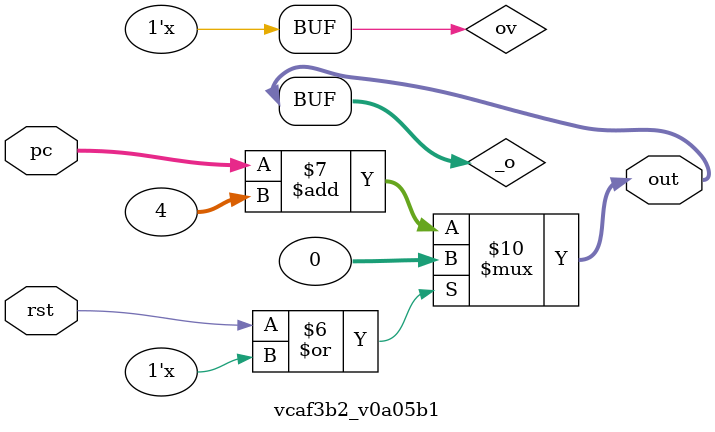
<source format=v>

`default_nettype none

module main (
 input vb5a909,
 input v3abc7c,
 output v2521b4,
 output [0:7] vinit
);
 wire [0:3] w0;
 wire [0:31] w1;
 wire w2;
 wire [0:15] w3;
 wire [0:31] w4;
 wire w5;
 wire [0:31] w6;
 wire w7;
 wire w8;
 wire [0:31] w9;
 wire [0:4] w10;
 wire w11;
 wire [0:31] w12;
 wire [0:31] w13;
 wire [0:31] w14;
 wire [0:31] w15;
 wire [0:31] w16;
 wire [0:31] w17;
 wire [0:3] w18;
 wire [0:31] w19;
 wire [0:31] w20;
 wire [0:31] w21;
 wire [0:31] w22;
 wire w23;
 wire w24;
 wire w25;
 wire w26;
 wire w27;
 wire w28;
 wire [0:2] w29;
 wire w30;
 wire w31;
 wire [0:31] w32;
 wire [0:31] w33;
 wire w34;
 wire w35;
 wire w36;
 wire [0:31] w37;
 wire [0:31] w38;
 wire w39;
 wire w40;
 wire w41;
 wire w42;
 wire w43;
 wire w44;
 wire w45;
 wire [0:4] w46;
 wire [0:4] w47;
 wire [0:4] w48;
 wire [0:31] w49;
 wire [0:4] w50;
 wire [0:31] w51;
 wire [0:31] w52;
 wire w53;
 wire [0:5] w54;
 wire w55;
 wire [0:25] w56;
 wire [0:5] w57;
 wire w58;
 wire w59;
 assign w34 = vb5a909;
 assign w35 = vb5a909;
 assign w36 = vb5a909;
 assign w39 = v3abc7c;
 assign w40 = v3abc7c;
 assign w41 = v3abc7c;
 assign v2521b4 = w59;
 assign w5 = w2;
 assign w19 = w13;
 assign w21 = w20;
 assign w22 = w20;
 assign w22 = w21;
 assign w24 = w23;
 assign w25 = w23;
 assign w25 = w24;
 assign w26 = w23;
 assign w26 = w24;
 assign w26 = w25;
 assign w27 = w23;
 assign w27 = w24;
 assign w27 = w25;
 assign w27 = w26;
 assign w28 = w23;
 assign w28 = w24;
 assign w28 = w25;
 assign w28 = w26;
 assign w28 = w27;
 assign w31 = w30;
 assign w33 = w32;
 assign w35 = w34;
 assign w36 = w34;
 assign w36 = w35;
 assign w38 = w37;
 assign w40 = w39;
 assign w41 = w39;
 assign w41 = w40;
 assign w43 = w42;
 assign w45 = w44;
 assign w47 = w46;
 assign w52 = w51;
 v4aa98f v5fa690 (
  .v668da4(w0),
  .v0abde4(w29),
  .v30785e(w57)
 );
 v6899d1 v01a50b (
  .v7b0b31(w1),
  .vf330bb(w13)
 );
 veb3027 v302b26 (
  .vfb2d57(w9),
  .va196b8(w36),
  .v57717b(w38),
  .ve480dc(w41),
  .v19af5b(w43),
  .v9c7c2c(w51),
  .ve357ae(w58)
 );
 v0fc26e v52e0d8 (
  .ve768a8(w0),
  .vfa7d11(w4),
  .v1e7c65(w6),
  .v6144d8(w51),
  .v3da6a5(w53)
 );
 vc7cf4e v484008 (
  .v6959e9(w23),
  .vafd80b(w30),
  .vab3e87(w42),
  .v4f3153(w44),
  .vfde78d(w54),
  .v8e4ccb(w55),
  .vcd3776(w58),
  .v50149b(w59)
 );
 v6eb415 vaa95fb (
  .vf36d91(w1),
  .vf728ca(w3),
  .vaa7a52(w46),
  .va9e58a(w48),
  .v58c5d0(w50),
  .ve46738(w54),
  .vcea0f4(w56),
  .vffb721(w57)
 );
 v528969 v7e89de (
  .vcbab45(w2),
  .v3ca442(w25),
  .v0e28cb(w30)
 );
 v9bd618 v3c0acd (
  .v074026(w2),
  .vee7d2e(w23),
  .v7c941b(w24),
  .vf4438f(w29)
 );
 vb8675c v4413dd (
  .v411418(w7),
  .v4dc0e5(w26),
  .v440cab(w42),
  .ve476c7(w44)
 );
 vf069d0 vfd2966 (
  .v70ed7b(w4),
  .v51a33d(w7),
  .v92bf35(w10),
  .ve70352(w34),
  .vff4be9(w37),
  .vd1d1c6(w39),
  .v162198(w47),
  .v7d4d05(w49),
  .v630828(w50)
 );
 vad2ca2 vdc374d (
  .v8875b0(w3),
  .vf3e218(w32)
 );
 v5f636f v044abf (
  .v98063f(w5),
  .v40e64d(w6),
  .vaaa062(w32),
  .v477049(w37)
 );
 v528969 ve3fe82 (
  .vcbab45(w8),
  .v3ca442(w28),
  .v0e28cb(w45)
 );
 v5f636f v80f512 (
  .v98063f(w8),
  .vaaa062(w9),
  .v40e64d(w49),
  .v477049(w52)
 );
 ve1ccfb ve1865f (
  .v780e4a(w10),
  .v3f515a(w27),
  .v4d5da6(w46),
  .v450788(w48)
 );
 v5f636f v654f80 (
  .v98063f(w11),
  .vaaa062(w12),
  .v40e64d(w14),
  .v477049(w15)
 );
 v7ebc90 v196729 (
  .vcbab45(w11),
  .v0e28cb(w31),
  .v3ca442(w53)
 );
 v5f636f v6b4e5e (
  .v40e64d(w12),
  .v477049(w17),
  .vaaa062(w20),
  .v98063f(w55)
 );
 vd2ef76 v4ccf81 (
  .v240270(w13),
  .vc1d2ba(w14),
  .v9b5fcc(w35)
 );
 vb672ab ved6fce (
  .v49375d(w15),
  .v4486d9(w16),
  .va7e1cb(w22)
 );
 v2f96ba v8abf2a (
  .v9cfdd2(w16),
  .ve99b4a(w33)
 );
 v426bc2 v9eb3f2 (
  .vb27a80(w17),
  .v52a81f(w18),
  .vb78917(w56)
 );
 v9da047 vebdf5a (
  .v8b2ec8(w18),
  .va80fcd(w21)
 );
 vcaf3b2 v95432c (
  .vfe4e9a(w19),
  .v5d0c90(w20),
  .va993b5(w40)
 );
 assign vinit = 8'b00000000;
endmodule


//---- Top entity
module v4aa98f (
 input [2:0] v0abde4,
 input [5:0] v30785e,
 output [3:0] v668da4
);
 wire [0:5] w0;
 wire [0:2] w1;
 wire [0:3] w2;
 assign w0 = v30785e;
 assign w1 = v0abde4;
 assign v668da4 = w2;
 v4aa98f_v36ad38 v36ad38 (
  .funcion(w0),
  .OpALU(w1),
  .OUT(w2)
 );
endmodule



module v4aa98f_v36ad38 (
 input [2:0] OpALU,
 input [5:0] funcion,
 output [3:0] OUT
);
 //-- Address bus
 wire [5:0] funcion;
 wire [2:0] OpALU;
 
 //-- Data bus
 reg  [3:0] OUT;
 
 always @(*)
     case (OpALU)
         0   :   OUT <= 2;
         1   :   OUT <= 6;
         2   :   OUT <= 0;
         3   :   OUT <= 1;
         4   :   OUT <= 7;
         5   :   OUT <= 12;
         7   :   case(funcion)
                     32  :   OUT <= 2;
                     34  :   OUT <= 6;
                     36  :   OUT <= 0;
                     37  :   OUT <= 1;
                     42  :   OUT <= 7;
                 endcase
     endcase 
endmodule
//---- Top entity
module v6899d1 (
 input [31:0] vf330bb,
 output [31:0] v7b0b31
);
 wire [0:31] w0;
 wire [0:31] w1;
 assign w0 = vf330bb;
 assign v7b0b31 = w1;
 v6899d1_v9d46af v9d46af (
  .A(w0),
  .I(w1)
 );
endmodule



module v6899d1_v9d46af (
 input [31:0] A,
 output [31:0] I
);
 // Instruction Bus (32 bits)
 reg [31:0] I;
 // Memory Instruction
 reg [31:0] ins [0:63];
 
 parameter INSTROMFILE = "instruction.list";
 
 always @(*) begin
    I <= ins[A[31:2]];
 end
 
 // Memory contents read
 // from the INSTROMFILE table
 initial begin
     if (INSTROMFILE) $readmemh(INSTROMFILE, ins);
 end
endmodule
//---- Top entity
module veb3027 (
 input [31:0] v9c7c2c,
 input [31:0] v57717b,
 input ve357ae,
 input v19af5b,
 input va196b8,
 input ve480dc,
 output [31:0] vfb2d57
);
 wire [0:31] w0;
 wire [0:31] w1;
 wire [0:31] w2;
 wire w3;
 wire w4;
 wire w5;
 wire w6;
 assign vfb2d57 = w0;
 assign w1 = v9c7c2c;
 assign w2 = v57717b;
 assign w3 = ve357ae;
 assign w4 = v19af5b;
 assign w5 = va196b8;
 assign w6 = ve480dc;
 veb3027_v4ff6ac v4ff6ac (
  .Read_Data(w0),
  .Address(w1),
  .Wirte_Data(w2),
  .Write(w3),
  .Read(w4),
  .clk(w5),
  .reset(w6)
 );
endmodule



module veb3027_v4ff6ac (
 input [31:0] Address,
 input [31:0] Wirte_Data,
 input Write,
 input Read,
 input clk,
 input reset,
 output [31:0] Read_Data
);
 // Memory 
 reg [31:0] Mem [0:255];
 
 parameter ROMFILE = "prueba.list";
 
 // Output Data
 reg [31:0] Read_Data;
 
 // Input Write Data
 wire [31:0] Write_Data;
 
 integer i;
 
 always @(posedge clk or posedge reset)
 begin
     if (reset == 0) begin
         if(Write == 1 && Read == 0) begin
             Mem[Address[31:2]] <= Write_Data;
         end
     end else begin
         for (i = 0; i < 256; i = i + 1) begin
             Mem[i] <= 0;
         end
     end
 end
 
 always @(*)
 begin
     if (reset == 0) begin
         if(Write == 0 && Read == 1) begin
             Read_Data <= Mem[Address[31:2]];
         end else begin
             Read_Data <= 0;
         end
     end else begin
         Read_Data <= 0;
     end
 end
 
 // Memory contents read
 // from the ROMFILE table
 initial begin
     if (ROMFILE) $readmemh(ROMFILE, Mem);
     i <= 0;
 end
endmodule
//---- Top entity
module v0fc26e (
 input [31:0] vfa7d11,
 input [31:0] v1e7c65,
 input [3:0] ve768a8,
 output [31:0] v6144d8,
 output v3da6a5
);
 wire [0:31] w0;
 wire [0:31] w1;
 wire [0:3] w2;
 wire [0:31] w3;
 wire w4;
 assign w0 = vfa7d11;
 assign w1 = v1e7c65;
 assign w2 = ve768a8;
 assign v6144d8 = w3;
 assign v3da6a5 = w4;
 v0fc26e_v00bd94 v00bd94 (
  .A(w0),
  .B(w1),
  .Op(w2),
  .Result(w3),
  .Z(w4)
 );
endmodule


module v0fc26e_v00bd94 (
 input [31:0] A,
 input [31:0] B,
 input [3:0] Op,
 output [31:0] Result,
 output Z
);
 //-- Address bus
 wire signed [31:0] A;
 wire signed [31:0] B;
 wire [3:0]  Op;
 
 //-- Data bus
 reg [31:0]  Result = 0;
 reg Z;
 
 always @(*) begin
     case (Op)
         0   :   Result = A & B;
         1   :   Result = A | B;
         2   :   Result = A + B;
         6   :   Result = A - B;
         7   :   if(A < B) begin
                     Result = 1;
                 end else begin
                     Result = 0;
                 end
         12  :   Result = ~(A | B);
         default : Result = 0;
     endcase
     if(Result == 0) begin
         Z = 1;
     end else begin
         Z = 0;
     end
 end
endmodule
//---- Top entity
module vc7cf4e (
 input [5:0] vfde78d,
 output v8e4ccb,
 output v50149b,
 output vab3e87,
 output vcd3776,
 output v6959e9,
 output v4f3153,
 output vafd80b
);
 wire w0;
 wire w1;
 wire w2;
 wire w3;
 wire w4;
 wire w5;
 wire w6;
 wire [0:5] w7;
 assign v8e4ccb = w0;
 assign v50149b = w1;
 assign vab3e87 = w2;
 assign vcd3776 = w3;
 assign v6959e9 = w4;
 assign v4f3153 = w5;
 assign vafd80b = w6;
 assign w7 = vfde78d;
 vc7cf4e_v5c4a4b v5c4a4b (
  .j(w0),
  .halt(w1),
  .lw(w2),
  .sw(w3),
  .alu(w4),
  .addi(w5),
  .beq(w6),
  .instruction(w7)
 );
endmodule



module vc7cf4e_v5c4a4b (
 input [5:0] instruction,
 output j,
 output halt,
 output lw,
 output sw,
 output alu,
 output addi,
 output beq
);
 wire [5:0] instruction;
 
 reg j;
 reg halt;
 reg lw;
 reg sw;
 reg alu;
 reg addi;
 reg beq;
 
 initial begin
     j       <= 0;
     halt    <= 0;
     lw      <= 0;
     sw      <= 0;
     alu     <= 0;
     addi    <= 0;
     beq     <= 0;
 end
 
 always @(*) begin
     j       <= instruction == 2;
     beq     <= instruction == 4;
     alu     <= instruction == 0;
     addi    <= instruction == 8;
     lw      <= instruction == 35;
     sw      <= instruction == 43;
     halt    <= instruction == 63;
 end
endmodule
//---- Top entity
module v6eb415 (
 input [31:0] vf36d91,
 output [5:0] ve46738,
 output [4:0] v58c5d0,
 output [4:0] vaa7a52,
 output [4:0] va9e58a,
 output [5:0] vffb721,
 output [15:0] vf728ca,
 output [25:0] vcea0f4
);
 wire [0:25] w0;
 wire [0:15] w1;
 wire [0:5] w2;
 wire [0:4] w3;
 wire [0:4] w4;
 wire [0:4] w5;
 wire [0:5] w6;
 wire [0:31] w7;
 assign vcea0f4 = w0;
 assign vf728ca = w1;
 assign vffb721 = w2;
 assign va9e58a = w3;
 assign vaa7a52 = w4;
 assign v58c5d0 = w5;
 assign ve46738 = w6;
 assign w7 = vf36d91;
 v6eb415_v161ee7 v161ee7 (
  .dir_2(w0),
  .dir_1(w1),
  .funtion(w2),
  .rd(w3),
  .rt(w4),
  .rs(w5),
  .inst(w6),
  .instruction(w7)
 );
endmodule



module v6eb415_v161ee7 (
 input [31:0] instruction,
 output [5:0] inst,
 output [4:0] rs,
 output [4:0] rt,
 output [4:0] rd,
 output [5:0] funtion,
 output [15:0] dir_1,
 output [25:0] dir_2
);
 assign inst = instruction[31:26];
 
 assign rs = instruction[25:21];
 
 assign rt = instruction[20:16];
 
 assign rd = instruction[15:11];
 
 assign funtion = instruction[5:0];
 
 assign dir_1 = instruction[15:0];
 
 assign dir_2 = instruction[25:0];
endmodule
//---- Top entity
module v528969 (
 input v0e28cb,
 input v3ca442,
 output vcbab45
);
 wire w0;
 wire w1;
 wire w2;
 assign w0 = v0e28cb;
 assign w1 = v3ca442;
 assign vcbab45 = w2;
 v528969_vf4938a vf4938a (
  .a(w0),
  .b(w1),
  .c(w2)
 );
endmodule



module v528969_vf4938a (
 input a,
 input b,
 output c
);
 // OR logic gate
 
 assign c = a | b;
endmodule
//---- Top entity
module v9bd618 (
 input vee7d2e,
 input v7c941b,
 input v074026,
 output [2:0] vf4438f
);
 wire w0;
 wire w1;
 wire w2;
 wire [0:2] w3;
 assign w0 = vee7d2e;
 assign w1 = v7c941b;
 assign w2 = v074026;
 assign vf4438f = w3;
 v9bd618_v44afc9 v44afc9 (
  .in_1(w0),
  .in_2(w1),
  .in_3(w2),
  .out(w3)
 );
endmodule



module v9bd618_v44afc9 (
 input in_1,
 input in_2,
 input in_3,
 output [2:0] out
);
 reg [2:0]salida;
 
 initial begin
     salida <= 0;
 end
 always @(*) begin
     salida[0] <= in_1;
     salida[1] <= in_2;
     salida[2] <= in_3;
 end
 
 assign out = salida;
endmodule
//---- Top entity
module vb8675c (
 input v4dc0e5,
 input v440cab,
 input ve476c7,
 output v411418
);
 wire w0;
 wire w1;
 wire w2;
 wire w3;
 assign v411418 = w0;
 assign w1 = v4dc0e5;
 assign w2 = v440cab;
 assign w3 = ve476c7;
 vb8675c_v9f9f78 v9f9f78 (
  .d(w0),
  .a(w1),
  .b(w2),
  .c(w3)
 );
endmodule



module vb8675c_v9f9f78 (
 input a,
 input b,
 input c,
 output d
);
 assign d = a | b | c;
endmodule
//---- Top entity
module vf069d0 (
 input ve70352,
 input vd1d1c6,
 input v51a33d,
 input [4:0] v92bf35,
 input [31:0] v7d4d05,
 input [4:0] v630828,
 input [4:0] v162198,
 output [31:0] v70ed7b,
 output [31:0] vff4be9
);
 wire w0;
 wire [0:31] w1;
 wire [0:31] w2;
 wire w3;
 wire w4;
 wire [0:31] w5;
 wire [0:4] w6;
 wire [0:4] w7;
 wire [0:4] w8;
 assign w0 = vd1d1c6;
 assign v70ed7b = w1;
 assign vff4be9 = w2;
 assign w3 = ve70352;
 assign w4 = v51a33d;
 assign w5 = v7d4d05;
 assign w6 = v92bf35;
 assign w7 = v630828;
 assign w8 = v162198;
 vf069d0_v31ef17 v31ef17 (
  .reset(w0),
  .Read_Data_1(w1),
  .Read_Data_2(w2),
  .clk(w3),
  .write(w4),
  .Write_Data(w5),
  .Write_Reg(w6),
  .Read_Reg_1(w7),
  .Read_Reg_2(w8)
 );
endmodule



module vf069d0_v31ef17 (
 input clk,
 input reset,
 input write,
 input [4:0] Write_Reg,
 input [31:0] Write_Data,
 input [4:0] Read_Reg_1,
 input [4:0] Read_Reg_2,
 output [31:0] Read_Data_1,
 output [31:0] Read_Data_2
);
 // Memory 
 reg [31:0] Mem [0:31];
 
 // Address Memory
 wire [4:0] Read_Reg_1;
 wire [4:0] Read_Reg_2;
 wire [4:0] Write_Reg;
 
 // Input control
 wire reset;
 wire clk;
 wire write;
 
 // Output Read Reg Data
 reg [31:0] Read_Data_1;
 reg [31:0] Read_Data_2;
 
 // Input Write Data
 wire [31:0] Write_Data;
 
 always @(posedge clk or posedge reset)
 begin
     if(reset != 0) begin
         for (i = 1; i < 32; i = i + 1) begin
             Mem[i] <= 32'b0;
         end
     end else if (write == 1 && Write_Reg != 0) begin
         Mem[Write_Reg] <= Write_Data;
     end
 end
 
 integer i;
 
 always @(*) 
 begin
     if (reset != 0) begin
         Read_Data_1 <= 0;
         Read_Data_2 <= 0;
     end else begin
         if(Read_Reg_1 != 0)
             Read_Data_1 <= Mem[Read_Reg_1];
         else
             Read_Data_1 <= 0;
             
         if(Read_Reg_2 != 0)
             Read_Data_2 <= Mem[Read_Reg_2];
         else
             Read_Data_2 <= 0;
     end
 end
 
 initial begin
     for (i = 1; i < 32; i = i + 1) begin
             Mem[i] <= 32'b0;
     end
 end
endmodule
//---- Top entity
module vad2ca2 (
 input [15:0] v8875b0,
 output [31:0] vf3e218
);
 wire [0:15] w0;
 wire [0:31] w1;
 assign w0 = v8875b0;
 assign vf3e218 = w1;
 vad2ca2_vcb072c vcb072c (
  .in(w0),
  .out(w1)
 );
endmodule



module vad2ca2_vcb072c (
 input [15:0] in,
 output [31:0] out
);
 assign out={in[15],in[15],in[15],in[15],in[15],in[15],in[15],in[15],in[15],in[15],in[15],in[15],in[15],in[15],in[15],in[15],in};
endmodule
//---- Top entity
module v5f636f (
 input [31:0] vaaa062,
 input [31:0] v477049,
 input v98063f,
 output [31:0] v40e64d
);
 wire [0:31] w0;
 wire [0:31] w1;
 wire w2;
 wire [0:31] w3;
 assign w0 = vaaa062;
 assign w1 = v477049;
 assign w2 = v98063f;
 assign v40e64d = w3;
 v5f636f_vf283f6 vf283f6 (
  .in0(w0),
  .in1(w1),
  .sel(w2),
  .out(w3)
 );
endmodule



module v5f636f_vf283f6 (
 input [31:0] in0,
 input [31:0] in1,
 input sel,
 output [31:0] out
);
 reg [31:0]_o;
 
 always @(*) begin
     case(sel)
         0: _o = in0;
         1: _o = in1;
         default: _o = in0;
     endcase
 end
 
 assign out = _o;
endmodule
//---- Top entity
module ve1ccfb (
 input [4:0] v4d5da6,
 input [4:0] v450788,
 input v3f515a,
 output [4:0] v780e4a
);
 wire [0:4] w0;
 wire [0:4] w1;
 wire w2;
 wire [0:4] w3;
 assign w0 = v4d5da6;
 assign w1 = v450788;
 assign w2 = v3f515a;
 assign v780e4a = w3;
 ve1ccfb_v918443 v918443 (
  .in0(w0),
  .in1(w1),
  .sel(w2),
  .out(w3)
 );
endmodule



module ve1ccfb_v918443 (
 input [4:0] in0,
 input [4:0] in1,
 input sel,
 output [4:0] out
);
 reg [4:0]_o;
 
 always @(*) begin
     case(sel)
         0: _o = in0;
         1: _o = in1;
         default: _o = in0;
     endcase
 end
 
 assign out = _o;
endmodule
//---- Top entity
module v7ebc90 (
 input v0e28cb,
 input v3ca442,
 output vcbab45
);
 wire w0;
 wire w1;
 wire w2;
 assign w0 = v0e28cb;
 assign w1 = v3ca442;
 assign vcbab45 = w2;
 v7ebc90_vf4938a vf4938a (
  .a(w0),
  .b(w1),
  .c(w2)
 );
endmodule



module v7ebc90_vf4938a (
 input a,
 input b,
 output c
);
 // AND logic gate
 
 assign c = a & b;
endmodule
//---- Top entity
module vd2ef76 (
 input [31:0] vc1d2ba,
 input v9b5fcc,
 output [31:0] v240270
);
 wire w0;
 wire [0:31] w1;
 wire [0:31] w2;
 assign w0 = v9b5fcc;
 assign w1 = vc1d2ba;
 assign v240270 = w2;
 vd2ef76_v9ff69c v9ff69c (
  .clk(w0),
  .in(w1),
  .out(w2)
 );
endmodule



module vd2ef76_v9ff69c (
 input [31:0] in,
 input clk,
 output [31:0] out
);
 reg [31:0]pc;
 
 initial begin
     pc <= 0;
 end
 
 always @(posedge clk) begin
     pc <= in;
 end
 
 assign out = pc;
endmodule
//---- Top entity
module vb672ab (
 input [31:0] va7e1cb,
 input [31:0] v4486d9,
 output [31:0] v49375d
);
 wire [0:31] w0;
 wire [0:31] w1;
 wire [0:31] w2;
 assign w0 = va7e1cb;
 assign w1 = v4486d9;
 assign v49375d = w2;
 vb672ab_v2322bc v2322bc (
  .in_1(w0),
  .in_2(w1),
  .out(w2)
 );
endmodule



module vb672ab_v2322bc (
 input [31:0] in_1,
 input [31:0] in_2,
 output [31:0] out
);
 assign out = in_1 + in_2;
endmodule
//---- Top entity
module v2f96ba (
 input [31:0] ve99b4a,
 output [31:0] v9cfdd2
);
 wire [0:31] w0;
 wire [0:31] w1;
 assign w0 = ve99b4a;
 assign v9cfdd2 = w1;
 v2f96ba_v5bddd1 v5bddd1 (
  .in(w0),
  .out(w1)
 );
endmodule



module v2f96ba_v5bddd1 (
 input [31:0] in,
 output [31:0] out
);
 reg [31:0]dout;
 
 initial begin
     dout <= 0;
 end
 
 always @(*) begin
     dout <= {in[29:0], in[31:30]};
 end
 
 assign out = dout;
endmodule
//---- Top entity
module v426bc2 (
 input [3:0] v52a81f,
 input [25:0] vb78917,
 output [31:0] vb27a80
);
 wire [0:3] w0;
 wire [0:25] w1;
 wire [0:31] w2;
 assign w0 = v52a81f;
 assign w1 = vb78917;
 assign vb27a80 = w2;
 v426bc2_v33c5b5 v33c5b5 (
  .in_0(w0),
  .in_1(w1),
  .out(w2)
 );
endmodule



module v426bc2_v33c5b5 (
 input [3:0] in_0,
 input [25:0] in_1,
 output [31:0] out
);
 reg [1:0]cero;
 initial begin
     cero <= 0;
 end
 assign out = {in_0[3:0], in_1[25:0], cero};
endmodule
//---- Top entity
module v9da047 (
 input [31:0] va80fcd,
 output [3:0] v8b2ec8
);
 wire [0:31] w0;
 wire [0:3] w1;
 assign w0 = va80fcd;
 assign v8b2ec8 = w1;
 v9da047_v2377e9 v2377e9 (
  .in(w0),
  .out(w1)
 );
endmodule



module v9da047_v2377e9 (
 input [31:0] in,
 output [3:0] out
);
 assign out = in[31:28];
endmodule
//---- Top entity
module vcaf3b2 #(
 parameter vac15e2 = 256
) (
 input va993b5,
 input [31:0] vfe4e9a,
 output [31:0] v5d0c90
);
 localparam p0 = vac15e2;
 wire w1;
 wire [0:31] w2;
 wire [0:31] w3;
 assign w1 = va993b5;
 assign v5d0c90 = w2;
 assign w3 = vfe4e9a;
 vcaf3b2_v0a05b1 #(
  .M(p0)
 ) v0a05b1 (
  .rst(w1),
  .out(w2),
  .pc(w3)
 );
endmodule



module vcaf3b2_v0a05b1 #(
 parameter M = 0
) (
 input rst,
 input [31:0] pc,
 output [31:0] out
);
 reg [31:0]_o;
 reg ov;
 
 initial begin
     _o <= 0;
     ov <= 0;
 end
 
 always @(*) begin
     ov = (_o == M);
     if(rst | ov) begin
         _o <= 0;
     end else begin
         _o <= pc + 4;
     end
 end
 
 assign out = _o;
 
endmodule

</source>
